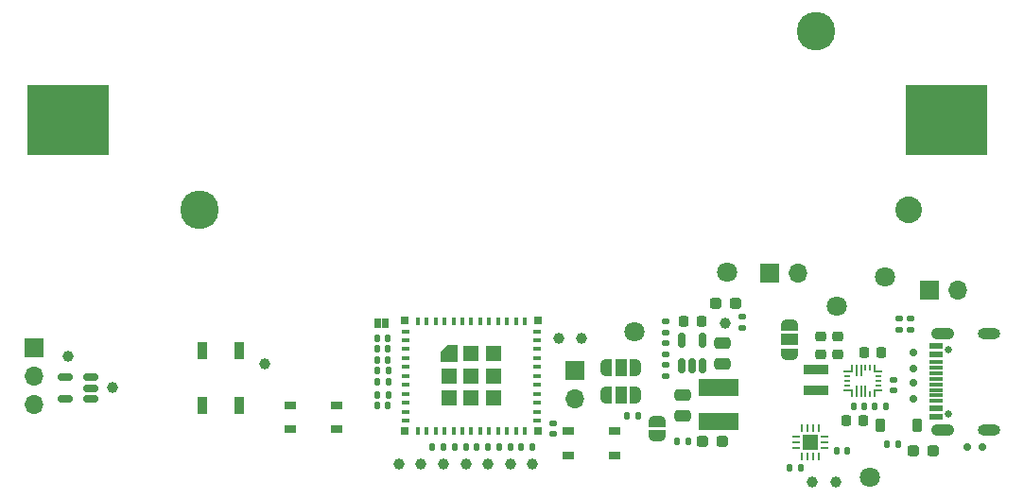
<source format=gts>
%TF.GenerationSoftware,KiCad,Pcbnew,(7.0.0)*%
%TF.CreationDate,2023-02-26T18:38:48-08:00*%
%TF.ProjectId,esp32-c3-rgb,65737033-322d-4633-932d-7267622e6b69,rev?*%
%TF.SameCoordinates,Original*%
%TF.FileFunction,Soldermask,Top*%
%TF.FilePolarity,Negative*%
%FSLAX46Y46*%
G04 Gerber Fmt 4.6, Leading zero omitted, Abs format (unit mm)*
G04 Created by KiCad (PCBNEW (7.0.0)) date 2023-02-26 18:38:48*
%MOMM*%
%LPD*%
G01*
G04 APERTURE LIST*
G04 Aperture macros list*
%AMRoundRect*
0 Rectangle with rounded corners*
0 $1 Rounding radius*
0 $2 $3 $4 $5 $6 $7 $8 $9 X,Y pos of 4 corners*
0 Add a 4 corners polygon primitive as box body*
4,1,4,$2,$3,$4,$5,$6,$7,$8,$9,$2,$3,0*
0 Add four circle primitives for the rounded corners*
1,1,$1+$1,$2,$3*
1,1,$1+$1,$4,$5*
1,1,$1+$1,$6,$7*
1,1,$1+$1,$8,$9*
0 Add four rect primitives between the rounded corners*
20,1,$1+$1,$2,$3,$4,$5,0*
20,1,$1+$1,$4,$5,$6,$7,0*
20,1,$1+$1,$6,$7,$8,$9,0*
20,1,$1+$1,$8,$9,$2,$3,0*%
%AMFreePoly0*
4,1,19,0.500000,-0.750000,0.000000,-0.750000,0.000000,-0.744911,-0.071157,-0.744911,-0.207708,-0.704816,-0.327430,-0.627875,-0.420627,-0.520320,-0.479746,-0.390866,-0.500000,-0.250000,-0.500000,0.250000,-0.479746,0.390866,-0.420627,0.520320,-0.327430,0.627875,-0.207708,0.704816,-0.071157,0.744911,0.000000,0.744911,0.000000,0.750000,0.500000,0.750000,0.500000,-0.750000,0.500000,-0.750000,
$1*%
%AMFreePoly1*
4,1,19,0.000000,0.744911,0.071157,0.744911,0.207708,0.704816,0.327430,0.627875,0.420627,0.520320,0.479746,0.390866,0.500000,0.250000,0.500000,-0.250000,0.479746,-0.390866,0.420627,-0.520320,0.327430,-0.627875,0.207708,-0.704816,0.071157,-0.744911,0.000000,-0.744911,0.000000,-0.750000,-0.500000,-0.750000,-0.500000,0.750000,0.000000,0.750000,0.000000,0.744911,0.000000,0.744911,
$1*%
%AMFreePoly2*
4,1,6,0.725000,-0.725000,-0.725000,-0.725000,-0.725000,0.125000,-0.125000,0.725000,0.725000,0.725000,0.725000,-0.725000,0.725000,-0.725000,$1*%
%AMFreePoly3*
4,1,19,0.550000,-0.750000,0.000000,-0.750000,0.000000,-0.744911,-0.071157,-0.744911,-0.207708,-0.704816,-0.327430,-0.627875,-0.420627,-0.520320,-0.479746,-0.390866,-0.500000,-0.250000,-0.500000,0.250000,-0.479746,0.390866,-0.420627,0.520320,-0.327430,0.627875,-0.207708,0.704816,-0.071157,0.744911,0.000000,0.744911,0.000000,0.750000,0.550000,0.750000,0.550000,-0.750000,0.550000,-0.750000,
$1*%
%AMFreePoly4*
4,1,19,0.000000,0.744911,0.071157,0.744911,0.207708,0.704816,0.327430,0.627875,0.420627,0.520320,0.479746,0.390866,0.500000,0.250000,0.500000,-0.250000,0.479746,-0.390866,0.420627,-0.520320,0.327430,-0.627875,0.207708,-0.704816,0.071157,-0.744911,0.000000,-0.744911,0.000000,-0.750000,-0.550000,-0.750000,-0.550000,0.750000,0.000000,0.750000,0.000000,0.744911,0.000000,0.744911,
$1*%
%AMFreePoly5*
4,1,7,0.099993,-0.100000,-0.675510,-0.100002,-0.675510,0.099998,-0.100007,0.099998,-0.100007,0.599999,0.099993,0.599999,0.099993,-0.100000,0.099993,-0.100000,$1*%
%AMFreePoly6*
4,1,7,0.099993,-0.599999,-0.100007,-0.599999,-0.100007,-0.099998,-0.675510,-0.099998,-0.675510,0.100000,0.099993,0.100000,0.099993,-0.599999,0.099993,-0.599999,$1*%
%AMFreePoly7*
4,1,7,0.725000,-0.099998,0.100000,-0.099998,0.100000,-0.599999,-0.100000,-0.599999,-0.100000,0.100002,0.725000,0.100002,0.725000,-0.099998,0.725000,-0.099998,$1*%
%AMFreePoly8*
4,1,7,0.100000,0.099998,0.725000,0.099998,0.725000,-0.100002,-0.100000,-0.100000,-0.100000,0.599999,0.100000,0.599999,0.100000,0.099998,0.100000,0.099998,$1*%
G04 Aperture macros list end*
%ADD10C,0.010000*%
%ADD11C,1.000000*%
%ADD12C,1.800000*%
%ADD13FreePoly0,270.000000*%
%ADD14FreePoly1,270.000000*%
%ADD15RoundRect,0.135000X-0.135000X-0.185000X0.135000X-0.185000X0.135000X0.185000X-0.135000X0.185000X0*%
%ADD16RoundRect,0.237500X0.287500X0.237500X-0.287500X0.237500X-0.287500X-0.237500X0.287500X-0.237500X0*%
%ADD17R,1.700000X1.700000*%
%ADD18O,1.700000X1.700000*%
%ADD19RoundRect,0.225000X-0.225000X-0.250000X0.225000X-0.250000X0.225000X0.250000X-0.225000X0.250000X0*%
%ADD20RoundRect,0.250000X0.475000X-0.250000X0.475000X0.250000X-0.475000X0.250000X-0.475000X-0.250000X0*%
%ADD21RoundRect,0.135000X0.185000X-0.135000X0.185000X0.135000X-0.185000X0.135000X-0.185000X-0.135000X0*%
%ADD22RoundRect,0.237500X-0.287500X-0.237500X0.287500X-0.237500X0.287500X0.237500X-0.287500X0.237500X0*%
%ADD23R,1.050000X0.650000*%
%ADD24RoundRect,0.140000X0.140000X0.170000X-0.140000X0.170000X-0.140000X-0.170000X0.140000X-0.170000X0*%
%ADD25RoundRect,0.150000X-0.200000X0.150000X-0.200000X-0.150000X0.200000X-0.150000X0.200000X0.150000X0*%
%ADD26RoundRect,0.250000X-0.475000X0.250000X-0.475000X-0.250000X0.475000X-0.250000X0.475000X0.250000X0*%
%ADD27RoundRect,0.150000X0.150000X-0.512500X0.150000X0.512500X-0.150000X0.512500X-0.150000X-0.512500X0*%
%ADD28RoundRect,0.135000X-0.185000X0.135000X-0.185000X-0.135000X0.185000X-0.135000X0.185000X0.135000X0*%
%ADD29R,0.800000X0.400000*%
%ADD30R,0.400000X0.800000*%
%ADD31R,0.700000X0.700000*%
%ADD32FreePoly2,0.000000*%
%ADD33R,1.450000X1.450000*%
%ADD34R,2.200000X0.900000*%
%ADD35RoundRect,0.135000X0.135000X0.185000X-0.135000X0.185000X-0.135000X-0.185000X0.135000X-0.185000X0*%
%ADD36R,3.600000X1.500000*%
%ADD37FreePoly3,180.000000*%
%ADD38R,1.000000X1.500000*%
%ADD39FreePoly4,180.000000*%
%ADD40RoundRect,0.140000X-0.170000X0.140000X-0.170000X-0.140000X0.170000X-0.140000X0.170000X0.140000X0*%
%ADD41FreePoly5,180.000000*%
%ADD42R,0.624992X0.200000*%
%ADD43FreePoly6,180.000000*%
%ADD44R,0.200000X0.599999*%
%ADD45R,0.200000X0.999998*%
%ADD46FreePoly7,180.000000*%
%ADD47R,0.599999X0.200000*%
%ADD48FreePoly8,180.000000*%
%ADD49R,0.200000X0.618998*%
%ADD50RoundRect,0.140000X0.170000X-0.140000X0.170000X0.140000X-0.170000X0.140000X-0.170000X-0.140000X0*%
%ADD51FreePoly3,90.000000*%
%ADD52R,1.500000X1.000000*%
%ADD53FreePoly4,90.000000*%
%ADD54RoundRect,0.150000X0.512500X0.150000X-0.512500X0.150000X-0.512500X-0.150000X0.512500X-0.150000X0*%
%ADD55R,0.900000X1.500000*%
%ADD56RoundRect,0.150000X0.150000X0.200000X-0.150000X0.200000X-0.150000X-0.200000X0.150000X-0.200000X0*%
%ADD57RoundRect,0.140000X-0.140000X-0.170000X0.140000X-0.170000X0.140000X0.170000X-0.140000X0.170000X0*%
%ADD58RoundRect,0.150000X0.200000X-0.150000X0.200000X0.150000X-0.200000X0.150000X-0.200000X-0.150000X0*%
%ADD59RoundRect,0.225000X0.250000X-0.225000X0.250000X0.225000X-0.250000X0.225000X-0.250000X-0.225000X0*%
%ADD60RoundRect,0.062500X0.275000X0.062500X-0.275000X0.062500X-0.275000X-0.062500X0.275000X-0.062500X0*%
%ADD61RoundRect,0.062500X0.062500X0.275000X-0.062500X0.275000X-0.062500X-0.275000X0.062500X-0.275000X0*%
%ADD62RoundRect,0.225000X0.225000X0.250000X-0.225000X0.250000X-0.225000X-0.250000X0.225000X-0.250000X0*%
%ADD63RoundRect,0.225000X-0.225000X-0.375000X0.225000X-0.375000X0.225000X0.375000X-0.225000X0.375000X0*%
%ADD64C,0.650000*%
%ADD65R,1.150000X0.600000*%
%ADD66R,1.150000X0.300000*%
%ADD67O,2.100000X1.050000*%
%ADD68O,2.000000X1.000000*%
%ADD69C,2.390000*%
%ADD70C,3.450000*%
%ADD71R,7.340000X6.350000*%
G04 APERTURE END LIST*
%TO.C,D1*%
G36*
X67713441Y-117800000D02*
G01*
X67212500Y-117800000D01*
X67212500Y-116999372D01*
X67713441Y-116999372D01*
X67713441Y-117800000D01*
G37*
D10*
X67713441Y-117800000D02*
X67212500Y-117800000D01*
X67212500Y-116999372D01*
X67713441Y-116999372D01*
X67713441Y-117800000D01*
G36*
X67012491Y-117800000D02*
G01*
X66512500Y-117800000D01*
X66512500Y-116999969D01*
X67012491Y-116999969D01*
X67012491Y-117800000D01*
G37*
X67012491Y-117800000D02*
X66512500Y-117800000D01*
X66512500Y-116999969D01*
X67012491Y-116999969D01*
X67012491Y-117800000D01*
%TD*%
D11*
%TO.C,TP6*%
X105730000Y-131620000D03*
%TD*%
D12*
%TO.C,TP5*%
X89780000Y-118170000D03*
%TD*%
D11*
%TO.C,TP12*%
X80699998Y-130040000D03*
%TD*%
D13*
%TO.C,JP4*%
X91880000Y-126220000D03*
D14*
X91880000Y-127520000D03*
%TD*%
D15*
%TO.C,R14*%
X112390000Y-128250000D03*
X113410000Y-128250000D03*
%TD*%
D16*
%TO.C,D2*%
X116575000Y-128900000D03*
X114825000Y-128900000D03*
%TD*%
D17*
%TO.C,J2*%
X36029999Y-119674999D03*
D18*
X36029999Y-122214999D03*
X36029999Y-124754999D03*
%TD*%
D15*
%TO.C,R9*%
X66740000Y-121710000D03*
X67760000Y-121710000D03*
%TD*%
D19*
%TO.C,C6*%
X94240000Y-117310000D03*
X95790000Y-117310000D03*
%TD*%
D20*
%TO.C,C7*%
X94140000Y-123830000D03*
X94140000Y-125730000D03*
%TD*%
D15*
%TO.C,R4*%
X77680000Y-128540000D03*
X78700000Y-128540000D03*
%TD*%
D11*
%TO.C,TP15*%
X56700000Y-121100000D03*
%TD*%
D21*
%TO.C,R12*%
X99490000Y-117870000D03*
X99490000Y-116850000D03*
%TD*%
D22*
%TO.C,D4*%
X97125000Y-115650000D03*
X98875000Y-115650000D03*
%TD*%
D11*
%TO.C,TP11*%
X72706666Y-130040000D03*
%TD*%
D19*
%TO.C,C18*%
X110350000Y-120100000D03*
X111900000Y-120100000D03*
%TD*%
D23*
%TO.C,SW1*%
X59009999Y-124799999D03*
X63159999Y-124799999D03*
X59009999Y-126949999D03*
X63159999Y-126949999D03*
%TD*%
D24*
%TO.C,C11*%
X67730000Y-119750000D03*
X66770000Y-119750000D03*
%TD*%
D16*
%TO.C,D3*%
X97640000Y-128010000D03*
X95890000Y-128010000D03*
%TD*%
D15*
%TO.C,R10*%
X71690000Y-128540000D03*
X72710000Y-128540000D03*
%TD*%
D25*
%TO.C,D8*%
X114825000Y-121500000D03*
X114825000Y-120100000D03*
%TD*%
D15*
%TO.C,R8*%
X66740000Y-123840000D03*
X67760000Y-123840000D03*
%TD*%
D11*
%TO.C,TP17*%
X74704999Y-130040000D03*
%TD*%
D12*
%TO.C,TP18*%
X98090000Y-112900000D03*
%TD*%
D26*
%TO.C,C5*%
X97690000Y-119180000D03*
X97690000Y-121080000D03*
%TD*%
D27*
%TO.C,U5*%
X94000000Y-121255000D03*
X94950000Y-121255000D03*
X95900000Y-121255000D03*
X95900000Y-118980000D03*
X94000000Y-118980000D03*
%TD*%
D24*
%TO.C,C16*%
X104670000Y-130400000D03*
X103710000Y-130400000D03*
%TD*%
D28*
%TO.C,R16*%
X114490000Y-117000000D03*
X114490000Y-118020000D03*
%TD*%
D15*
%TO.C,R5*%
X79680000Y-128540000D03*
X80700000Y-128540000D03*
%TD*%
D11*
%TO.C,TP13*%
X43100000Y-123200000D03*
%TD*%
D15*
%TO.C,R13*%
X93630000Y-128050000D03*
X94650000Y-128050000D03*
%TD*%
D29*
%TO.C,U3*%
X69299999Y-118159999D03*
X69299999Y-118959999D03*
X69299999Y-119759999D03*
X69299999Y-120559999D03*
X69299999Y-121359999D03*
X69299999Y-122159999D03*
X69299999Y-122959999D03*
X69299999Y-123759999D03*
X69299999Y-124559999D03*
X69299999Y-125359999D03*
X69299999Y-126159999D03*
D30*
X70399999Y-127059999D03*
X71199999Y-127059999D03*
X71999999Y-127059999D03*
X72799999Y-127059999D03*
X73599999Y-127059999D03*
X74399999Y-127059999D03*
X75199999Y-127059999D03*
X75999999Y-127059999D03*
X76799999Y-127059999D03*
X77599999Y-127059999D03*
X78399999Y-127059999D03*
X79199999Y-127059999D03*
X79999999Y-127059999D03*
D29*
X81099999Y-126159999D03*
X81099999Y-125359999D03*
X81099999Y-124559999D03*
X81099999Y-123759999D03*
X81099999Y-122959999D03*
X81099999Y-122159999D03*
X81099999Y-121359999D03*
X81099999Y-120559999D03*
X81099999Y-119759999D03*
X81099999Y-118959999D03*
X81099999Y-118159999D03*
D31*
X69249999Y-117209999D03*
X69249999Y-127109999D03*
D30*
X70399999Y-117259999D03*
X71199999Y-117259999D03*
X71999999Y-117259999D03*
X72799999Y-117259999D03*
D32*
X73225000Y-120185000D03*
D33*
X73224999Y-122159999D03*
X73224999Y-124134999D03*
D30*
X73599999Y-117259999D03*
X74399999Y-117259999D03*
X75199999Y-117259999D03*
D33*
X75199999Y-120184999D03*
X75199999Y-122159999D03*
X75199999Y-124134999D03*
D30*
X75999999Y-117259999D03*
X76799999Y-117259999D03*
D33*
X77174999Y-120184999D03*
X77174999Y-122159999D03*
X77174999Y-124134999D03*
D30*
X77599999Y-117259999D03*
X78399999Y-117259999D03*
X79199999Y-117259999D03*
X79999999Y-117259999D03*
D31*
X81149999Y-117209999D03*
X81149999Y-127109999D03*
%TD*%
D34*
%TO.C,L2*%
X106099999Y-123449999D03*
X106099999Y-121549999D03*
%TD*%
D28*
%TO.C,R2*%
X92620000Y-118320000D03*
X92620000Y-117300000D03*
%TD*%
D11*
%TO.C,TP10*%
X68710000Y-130040000D03*
%TD*%
D35*
%TO.C,R19*%
X90120000Y-125700000D03*
X89100000Y-125700000D03*
%TD*%
D11*
%TO.C,TP19*%
X85060000Y-118830000D03*
%TD*%
D36*
%TO.C,L1*%
X97374999Y-123204999D03*
X97374999Y-126254999D03*
%TD*%
D37*
%TO.C,JP3*%
X89880000Y-123910000D03*
D38*
X88579999Y-123909999D03*
D39*
X87280000Y-123910000D03*
%TD*%
D11*
%TO.C,TP8*%
X78701665Y-130040000D03*
%TD*%
D28*
%TO.C,R3*%
X92620000Y-119220000D03*
X92620000Y-120240000D03*
%TD*%
D17*
%TO.C,J4*%
X84469999Y-121629999D03*
D18*
X84469999Y-124169999D03*
%TD*%
D15*
%TO.C,R7*%
X73680000Y-128540000D03*
X74700000Y-128540000D03*
%TD*%
D24*
%TO.C,C2*%
X110400000Y-124900000D03*
X109440000Y-124900000D03*
%TD*%
D18*
%TO.C,TH1*%
X118789999Y-114499999D03*
D17*
X116249999Y-114499999D03*
%TD*%
D40*
%TO.C,C14*%
X82500000Y-126420000D03*
X82500000Y-127380000D03*
%TD*%
D17*
%TO.C,J3*%
X101889999Y-112939999D03*
D18*
X104429999Y-112939999D03*
%TD*%
D41*
%TO.C,U2*%
X111299993Y-123457002D03*
D42*
X111663000Y-122999999D03*
X111663000Y-122600000D03*
X111663000Y-122200001D03*
D43*
X111299993Y-121757000D03*
D44*
X110899999Y-121457000D03*
X110500000Y-121457000D03*
D45*
X110100000Y-121657000D03*
X109700001Y-121657000D03*
D46*
X109300002Y-121757000D03*
D47*
X108875000Y-122200001D03*
X108875000Y-122600000D03*
X108875000Y-122999999D03*
D48*
X109300002Y-123457002D03*
D45*
X109700001Y-123557000D03*
X110100000Y-123557000D03*
X110500000Y-123557000D03*
D49*
X110899999Y-123748000D03*
%TD*%
D12*
%TO.C,TP1*%
X107900000Y-115890000D03*
%TD*%
D50*
%TO.C,C12*%
X113000000Y-123480000D03*
X113000000Y-122520000D03*
%TD*%
D35*
%TO.C,R11*%
X67760000Y-122700000D03*
X66740000Y-122700000D03*
%TD*%
D51*
%TO.C,JP1*%
X103650000Y-120200000D03*
D52*
X103649999Y-118899999D03*
D53*
X103650000Y-117600000D03*
%TD*%
D12*
%TO.C,TP4*%
X112250000Y-113250000D03*
%TD*%
D11*
%TO.C,TP9*%
X70708333Y-130040000D03*
%TD*%
D54*
%TO.C,U1*%
X41100000Y-124200000D03*
X41100000Y-123250000D03*
X41100000Y-122300000D03*
X38825000Y-122300000D03*
X38825000Y-124200000D03*
%TD*%
D55*
%TO.C,D9*%
X51099999Y-124799999D03*
X54399999Y-124799999D03*
X54399999Y-119899999D03*
X51099999Y-119899999D03*
%TD*%
D11*
%TO.C,TP7*%
X107800000Y-131620000D03*
%TD*%
D23*
%TO.C,SW2*%
X83899999Y-127099999D03*
X88049999Y-127099999D03*
X83899999Y-129249999D03*
X88049999Y-129249999D03*
%TD*%
D56*
%TO.C,D7*%
X121000000Y-128500000D03*
X119600000Y-128500000D03*
%TD*%
D24*
%TO.C,C9*%
X67730000Y-118750000D03*
X66770000Y-118750000D03*
%TD*%
D57*
%TO.C,C1*%
X111340000Y-124900000D03*
X112300000Y-124900000D03*
%TD*%
D12*
%TO.C,TP2*%
X110900000Y-131210000D03*
%TD*%
D58*
%TO.C,D5*%
X114825000Y-122775000D03*
X114825000Y-124175000D03*
%TD*%
D11*
%TO.C,TP3*%
X97940000Y-117430000D03*
%TD*%
D24*
%TO.C,C8*%
X67730000Y-120750000D03*
X66770000Y-120750000D03*
%TD*%
D59*
%TO.C,C13*%
X108000000Y-120200000D03*
X108000000Y-118650000D03*
%TD*%
D37*
%TO.C,JP2*%
X89880000Y-121410000D03*
D38*
X88579999Y-121409999D03*
D39*
X87280000Y-121410000D03*
%TD*%
D11*
%TO.C,TP20*%
X83060000Y-118830000D03*
%TD*%
%TO.C,TP14*%
X39100000Y-120400000D03*
%TD*%
%TO.C,TP16*%
X76703332Y-130040000D03*
%TD*%
D60*
%TO.C,U4*%
X106832500Y-128590000D03*
X106832500Y-128090000D03*
X106832500Y-127590000D03*
D61*
X106320000Y-126827500D03*
X105820000Y-126827500D03*
X105320000Y-126827500D03*
X104820000Y-126827500D03*
D60*
X104307500Y-127590000D03*
X104307500Y-128090000D03*
X104307500Y-128590000D03*
D61*
X104820000Y-129352500D03*
X105320000Y-129352500D03*
X105820000Y-129352500D03*
X106320000Y-129352500D03*
D33*
X105569999Y-128089999D03*
%TD*%
D57*
%TO.C,C15*%
X107900000Y-128830000D03*
X108860000Y-128830000D03*
%TD*%
D59*
%TO.C,C17*%
X106500000Y-120200000D03*
X106500000Y-118650000D03*
%TD*%
D24*
%TO.C,C10*%
X67730000Y-124820000D03*
X66770000Y-124820000D03*
%TD*%
D15*
%TO.C,R6*%
X75680000Y-128540000D03*
X76700000Y-128540000D03*
%TD*%
D62*
%TO.C,C3*%
X110300000Y-126200000D03*
X108750000Y-126200000D03*
%TD*%
D28*
%TO.C,R15*%
X113530000Y-116990000D03*
X113530000Y-118010000D03*
%TD*%
D21*
%TO.C,R1*%
X92620000Y-122160000D03*
X92620000Y-121140000D03*
%TD*%
D63*
%TO.C,D6*%
X115150000Y-126600000D03*
X111850000Y-126600000D03*
%TD*%
D64*
%TO.C,J1*%
X117875000Y-125550000D03*
X117875000Y-119770000D03*
D65*
X116799999Y-125859999D03*
X116799999Y-125059999D03*
D66*
X116799999Y-123909999D03*
X116799999Y-122909999D03*
X116799999Y-122409999D03*
X116799999Y-121409999D03*
D65*
X116799999Y-119459999D03*
X116799999Y-120259999D03*
D66*
X116799999Y-120909999D03*
X116799999Y-121909999D03*
X116799999Y-123409999D03*
X116799999Y-124409999D03*
D67*
X117374999Y-126979999D03*
D68*
X121554999Y-126979999D03*
X121554999Y-118339999D03*
D67*
X117374999Y-118339999D03*
%TD*%
D69*
%TO.C,BT1*%
X114350000Y-107250000D03*
D70*
X106020000Y-91250000D03*
X50820000Y-107250000D03*
D71*
X117749999Y-99249999D03*
X39089999Y-99249999D03*
%TD*%
M02*

</source>
